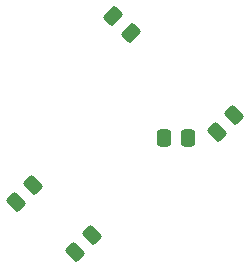
<source format=gbp>
%TF.GenerationSoftware,KiCad,Pcbnew,(6.0.4)*%
%TF.CreationDate,2022-04-19T13:44:17-07:00*%
%TF.ProjectId,stm32f091_project_condensed_v02_afterchange,73746d33-3266-4303-9931-5f70726f6a65,v01*%
%TF.SameCoordinates,Original*%
%TF.FileFunction,Paste,Bot*%
%TF.FilePolarity,Positive*%
%FSLAX46Y46*%
G04 Gerber Fmt 4.6, Leading zero omitted, Abs format (unit mm)*
G04 Created by KiCad (PCBNEW (6.0.4)) date 2022-04-19 13:44:17*
%MOMM*%
%LPD*%
G01*
G04 APERTURE LIST*
G04 Aperture macros list*
%AMRoundRect*
0 Rectangle with rounded corners*
0 $1 Rounding radius*
0 $2 $3 $4 $5 $6 $7 $8 $9 X,Y pos of 4 corners*
0 Add a 4 corners polygon primitive as box body*
4,1,4,$2,$3,$4,$5,$6,$7,$8,$9,$2,$3,0*
0 Add four circle primitives for the rounded corners*
1,1,$1+$1,$2,$3*
1,1,$1+$1,$4,$5*
1,1,$1+$1,$6,$7*
1,1,$1+$1,$8,$9*
0 Add four rect primitives between the rounded corners*
20,1,$1+$1,$2,$3,$4,$5,0*
20,1,$1+$1,$4,$5,$6,$7,0*
20,1,$1+$1,$6,$7,$8,$9,0*
20,1,$1+$1,$8,$9,$2,$3,0*%
G04 Aperture macros list end*
%ADD10RoundRect,0.250000X0.097227X-0.574524X0.574524X-0.097227X-0.097227X0.574524X-0.574524X0.097227X0*%
%ADD11RoundRect,0.250000X0.574524X0.097227X0.097227X0.574524X-0.574524X-0.097227X-0.097227X-0.574524X0*%
%ADD12RoundRect,0.250000X-0.337500X-0.475000X0.337500X-0.475000X0.337500X0.475000X-0.337500X0.475000X0*%
G04 APERTURE END LIST*
D10*
%TO.C,C1*%
X110154997Y-122578383D03*
X111622243Y-121111137D03*
%TD*%
D11*
%TO.C,C6*%
X119877243Y-108227383D03*
X118409997Y-106760137D03*
%TD*%
D10*
%TO.C,C3*%
X127172997Y-116609383D03*
X128640243Y-115142137D03*
%TD*%
D12*
%TO.C,C9*%
X122678120Y-117145760D03*
X124753120Y-117145760D03*
%TD*%
D10*
%TO.C,C5*%
X115171497Y-126769383D03*
X116638743Y-125302137D03*
%TD*%
M02*

</source>
